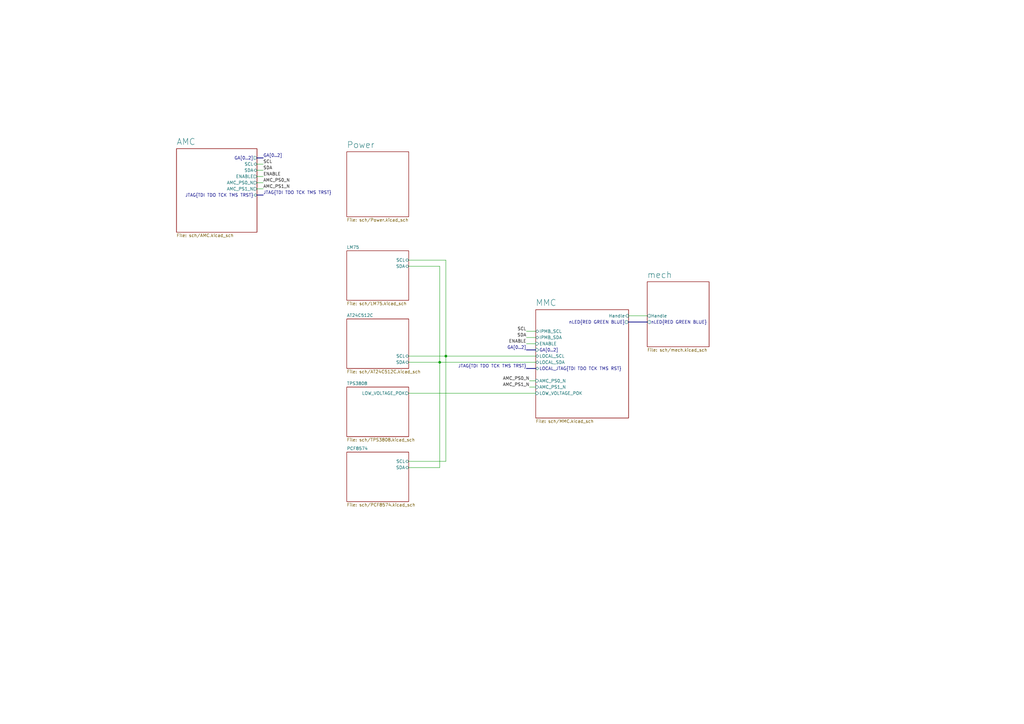
<source format=kicad_sch>
(kicad_sch (version 20211123) (generator eeschema)
  (paper "A3")
  (title_block (title "AMC Template") (date "2022-09-07") (rev "1.0") (company "Karlsruhe Institute of Technology (KIT)") (comment 1 "Institute for Data Processing and Electronics (IPE)") (comment 2 "Carsten Schmerbeck") (comment 3 "Luis Ardila") (comment 4 "Licensed under CERN-OHL-P v2"))
  (lib_symbols)
  (junction (at 180.34 148.59))
  (junction (at 182.88 146.05))
  (wire (pts (xy 167.64 161.29) (xy 219.71 161.29)))
  (wire (pts (xy 257.81 129.54) (xy 265.43 129.54)))
  (wire (pts (xy 105.41 69.85) (xy 107.95 69.85)))
  (wire (pts (xy 215.9 135.89) (xy 219.71 135.89)))
  (bus (pts (xy 105.41 64.77) (xy 107.95 64.77)))
  (wire (pts (xy 182.88 189.23) (xy 182.88 146.05)))
  (wire (pts (xy 215.9 140.97) (xy 219.71 140.97)))
  (wire (pts (xy 167.64 109.22) (xy 180.34 109.22)))
  (wire (pts (xy 217.17 158.75) (xy 219.71 158.75)))
  (wire (pts (xy 180.34 148.59) (xy 180.34 191.77)))
  (wire (pts (xy 182.88 146.05) (xy 219.71 146.05)))
  (wire (pts (xy 182.88 106.68) (xy 182.88 146.05)))
  (wire (pts (xy 167.64 106.68) (xy 182.88 106.68)))
  (bus (pts (xy 257.81 132.08) (xy 265.43 132.08)))
  (bus (pts (xy 215.9 143.51) (xy 219.71 143.51)))
  (wire (pts (xy 180.34 109.22) (xy 180.34 148.59)))
  (bus (pts (xy 215.9 151.13) (xy 219.71 151.13)))
  (bus (pts (xy 105.41 80.01) (xy 107.95 80.01)))
  (wire (pts (xy 167.64 146.05) (xy 182.88 146.05)))
  (wire (pts (xy 215.9 138.43) (xy 219.71 138.43)))
  (wire (pts (xy 180.34 148.59) (xy 219.71 148.59)))
  (wire (pts (xy 105.41 77.47) (xy 107.95 77.47)))
  (wire (pts (xy 105.41 74.93) (xy 107.95 74.93)))
  (wire (pts (xy 167.64 148.59) (xy 180.34 148.59)))
  (wire (pts (xy 167.64 189.23) (xy 182.88 189.23)))
  (wire (pts (xy 167.64 191.77) (xy 180.34 191.77)))
  (wire (pts (xy 217.17 156.21) (xy 219.71 156.21)))
  (wire (pts (xy 105.41 72.39) (xy 107.95 72.39)))
  (wire (pts (xy 105.41 67.31) (xy 107.95 67.31)))
  (label "SDA" (at 107.95 69.85 0))
  (label "ENABLE" (at 107.95 72.39 0))
  (label "ENABLE" (at 215.9 140.97 180))
  (label "GA[0..2]" (at 215.9 143.51 180))
  (label "AMC_PS0_N" (at 217.17 156.21 180))
  (label "AMC_PS1_N" (at 217.17 158.75 180))
  (label "AMC_PS1_N" (at 107.95 77.47 0))
  (label "JTAG{TDI TDO TCK TMS TRST}" (at 107.95 80.01 0))
  (label "JTAG{TDI TDO TCK TMS TRST}" (at 215.9 151.13 180))
  (label "SCL" (at 215.9 135.89 180))
  (label "SDA" (at 215.9 138.43 180))
  (label "SCL" (at 107.95 67.31 0))
  (label "GA[0..2]" (at 107.95 64.77 0))
  (label "AMC_PS0_N" (at 107.95 74.93 0))
  (sheet (at 72.39 60.96) (size 33.02 34.29) (stroke (width 0.1524))
    (property "Sheet name" "AMC" (at 72.39 59.6134 0) (effects (font (size 2.54 2.54)) (justify left bottom)))
    (property "Sheet file" "sch/AMC.kicad_sch" (at 72.39 95.8346 0) (effects (justify left top)))
    (pin "GA[0..2]" output (at 105.41 64.77 0))
    (pin "SCL" bidirectional (at 105.41 67.31 0))
    (pin "SDA" bidirectional (at 105.41 69.85 0))
    (pin "ENABLE" output (at 105.41 72.39 0))
    (pin "AMC_PS0_N" output (at 105.41 74.93 0))
    (pin "AMC_PS1_N" output (at 105.41 77.47 0))
    (pin "JTAG{TDI TDO TCK TMS TRST}" bidirectional (at 105.41 80.01 0))
  )
  (sheet (at 142.24 158.75) (size 25.4 20.32) (stroke (width 0.1524))
    (property "Sheet name" "TPS3808" (at 142.24 158.0384 0) (effects (justify left bottom)))
    (property "Sheet file" "sch/TPS3808.kicad_sch" (at 142.24 179.6546 0) (effects (justify left top)))
    (pin "LOW_VOLTAGE_POK" output (at 167.64 161.29 0))
  )
  (sheet (at 219.71 127) (size 38.1 44.45) (stroke (width 0.1524))
    (property "Sheet name" "MMC" (at 219.71 125.6534 0) (effects (font (size 2.54 2.54)) (justify left bottom)))
    (property "Sheet file" "sch/MMC.kicad_sch" (at 219.71 172.0346 0) (effects (justify left top)))
    (pin "ENABLE" input (at 219.71 140.97 180))
    (pin "Handle" input (at 257.81 129.54 0))
    (pin "GA[0..2]" input (at 219.71 143.51 180))
    (pin "nLED{RED GREEN BLUE}" output (at 257.81 132.08 0))
    (pin "IPMB_SCL" bidirectional (at 219.71 135.89 180))
    (pin "IPMB_SDA" bidirectional (at 219.71 138.43 180))
    (pin "LOCAL_SCL" bidirectional (at 219.71 146.05 180))
    (pin "LOCAL_SDA" bidirectional (at 219.71 148.59 180))
    (pin "LOW_VOLTAGE_POK" input (at 219.71 161.29 180))
    (pin "AMC_PS1_N" input (at 219.71 158.75 180))
    (pin "AMC_PS0_N" input (at 219.71 156.21 180))
    (pin "LOCAL_JTAG{TDI TDO TCK TMS RST}" bidirectional (at 219.71 151.13 180))
  )
  (sheet (at 142.24 62.23) (size 25.4 26.67) (stroke (width 0.1524))
    (property "Sheet name" "Power" (at 142.24 60.8834 0) (effects (font (size 2.54 2.54)) (justify left bottom)))
    (property "Sheet file" "sch/Power.kicad_sch" (at 142.24 89.4846 0) (effects (justify left top)))
  )
  (sheet (at 142.24 185.42) (size 25.4 20.32) (stroke (width 0.1524))
    (property "Sheet name" "PCF8574" (at 142.24 184.7084 0) (effects (justify left bottom)))
    (property "Sheet file" "sch/PCF8574.kicad_sch" (at 142.24 206.3246 0) (effects (justify left top)))
    (pin "SCL" bidirectional (at 167.64 189.23 0))
    (pin "SDA" bidirectional (at 167.64 191.77 0))
  )
  (sheet (at 265.43 115.57) (size 25.4 26.67) (stroke (width 0.1524))
    (property "Sheet name" "mech" (at 265.43 114.2234 0) (effects (font (size 2.54 2.54)) (justify left bottom)))
    (property "Sheet file" "sch/mech.kicad_sch" (at 265.43 142.8246 0) (effects (justify left top)))
    (pin "Handle" output (at 265.43 129.54 180))
    (pin "nLED{RED GREEN BLUE}" output (at 265.43 132.08 180))
  )
  (sheet (at 142.24 102.87) (size 25.4 20.32) (stroke (width 0.1524))
    (property "Sheet name" "LM75" (at 142.24 102.1584 0) (effects (justify left bottom)))
    (property "Sheet file" "sch/LM75.kicad_sch" (at 142.24 123.7746 0) (effects (justify left top)))
    (pin "SDA" bidirectional (at 167.64 109.22 0))
    (pin "SCL" bidirectional (at 167.64 106.68 0))
  )
  (sheet (at 142.24 130.81) (size 25.4 20.32) (stroke (width 0.1524))
    (property "Sheet name" "AT24C512C" (at 142.24 130.0984 0) (effects (justify left bottom)))
    (property "Sheet file" "sch/AT24C512C.kicad_sch" (at 142.24 151.7146 0) (effects (justify left top)))
    (pin "SDA" bidirectional (at 167.64 148.59 0))
    (pin "SCL" bidirectional (at 167.64 146.05 0))
  )
)
</source>
